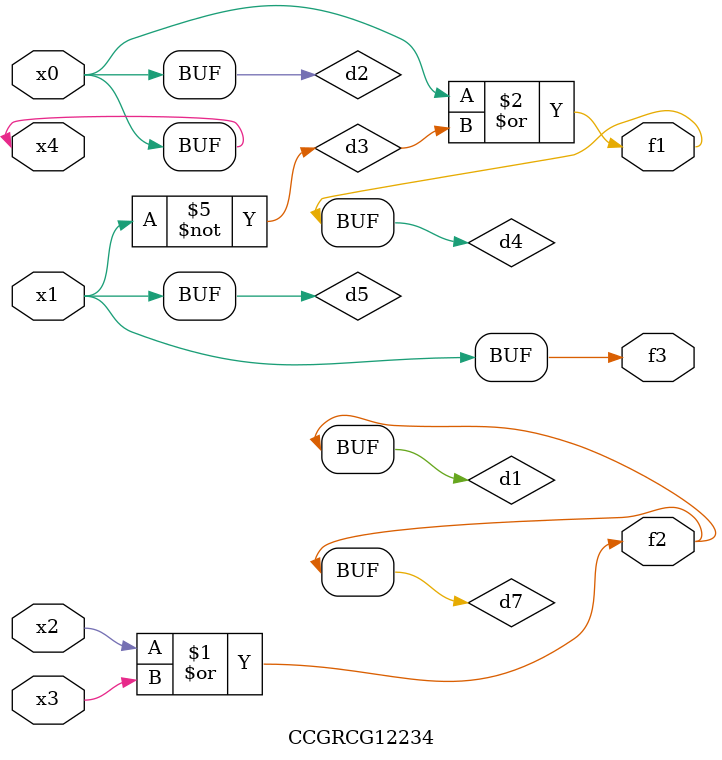
<source format=v>
module CCGRCG12234(
	input x0, x1, x2, x3, x4,
	output f1, f2, f3
);

	wire d1, d2, d3, d4, d5, d6, d7;

	or (d1, x2, x3);
	buf (d2, x0, x4);
	not (d3, x1);
	or (d4, d2, d3);
	not (d5, d3);
	nand (d6, d1, d3);
	or (d7, d1);
	assign f1 = d4;
	assign f2 = d7;
	assign f3 = d5;
endmodule

</source>
